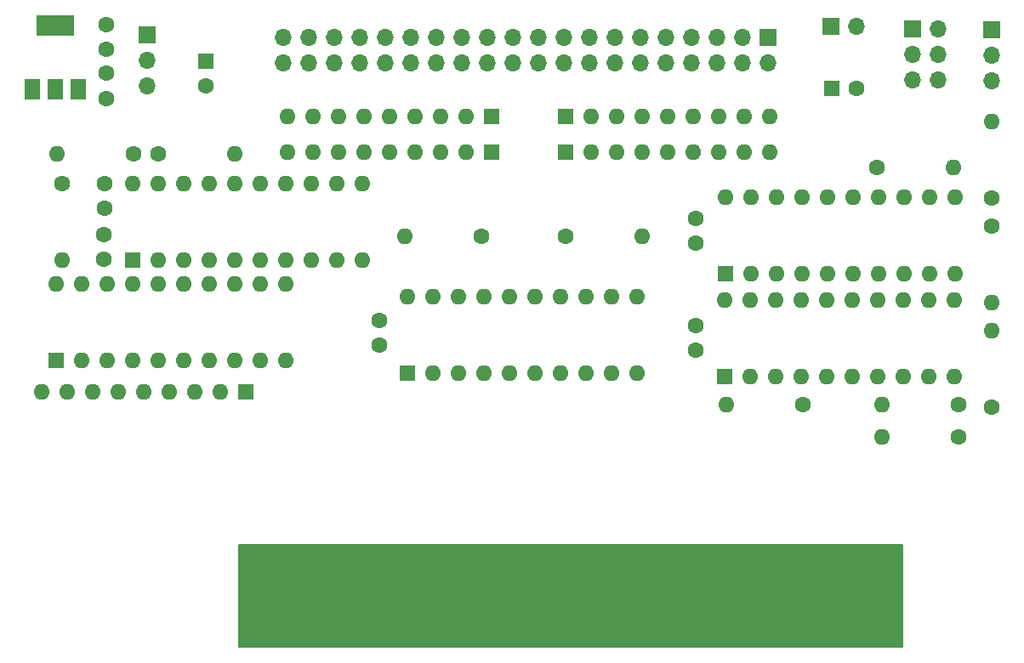
<source format=gbr>
%TF.GenerationSoftware,KiCad,Pcbnew,7.0.7*%
%TF.CreationDate,2023-11-09T10:03:36+00:00*%
%TF.ProjectId,MSX_FPGA_Hat,4d53585f-4650-4474-915f-4861742e6b69,1.5*%
%TF.SameCoordinates,Original*%
%TF.FileFunction,Soldermask,Top*%
%TF.FilePolarity,Negative*%
%FSLAX46Y46*%
G04 Gerber Fmt 4.6, Leading zero omitted, Abs format (unit mm)*
G04 Created by KiCad (PCBNEW 7.0.7) date 2023-11-09 10:03:36*
%MOMM*%
%LPD*%
G01*
G04 APERTURE LIST*
%ADD10C,0.150000*%
%ADD11C,1.600000*%
%ADD12R,1.600000X1.600000*%
%ADD13O,1.600000X1.600000*%
%ADD14R,1.700000X1.700000*%
%ADD15O,1.700000X1.700000*%
%ADD16R,1.500000X8.000000*%
%ADD17R,1.500000X7.000000*%
%ADD18R,1.500000X2.000000*%
%ADD19R,3.800000X2.000000*%
G04 APERTURE END LIST*
D10*
X140970000Y-86360000D02*
X74930000Y-86360000D01*
X74930000Y-76200000D01*
X140970000Y-76200000D01*
X140970000Y-86360000D01*
G36*
X140970000Y-86360000D02*
G01*
X74930000Y-86360000D01*
X74930000Y-76200000D01*
X140970000Y-76200000D01*
X140970000Y-86360000D01*
G37*
D11*
%TO.C,C1*%
X61505859Y-45328812D03*
X61505859Y-47828812D03*
%TD*%
%TO.C,C7*%
X61722000Y-26904000D03*
X61722000Y-24404000D03*
%TD*%
D12*
%TO.C,U3*%
X91699000Y-59172000D03*
D13*
X94239000Y-59172000D03*
X96779000Y-59172000D03*
X99319000Y-59172000D03*
X101859000Y-59172000D03*
X104399000Y-59172000D03*
X106939000Y-59172000D03*
X109479000Y-59172000D03*
X112019000Y-59172000D03*
X114559000Y-59172000D03*
X114559000Y-51552000D03*
X112019000Y-51552000D03*
X109479000Y-51552000D03*
X106939000Y-51552000D03*
X104399000Y-51552000D03*
X101859000Y-51552000D03*
X99319000Y-51552000D03*
X96779000Y-51552000D03*
X94239000Y-51552000D03*
X91699000Y-51552000D03*
%TD*%
D14*
%TO.C,J5*%
X65786000Y-25400000D03*
D15*
X65786000Y-27940000D03*
X65786000Y-30480000D03*
%TD*%
D11*
%TO.C,R7*%
X146558000Y-62230000D03*
D13*
X138938000Y-62230000D03*
%TD*%
D11*
%TO.C,C2*%
X61562447Y-42735930D03*
X61562447Y-40235930D03*
%TD*%
D12*
%TO.C,C9*%
X133945621Y-30734000D03*
D11*
X136445621Y-30734000D03*
%TD*%
D14*
%TO.C,SW1*%
X133878000Y-24613000D03*
D15*
X136418000Y-24613000D03*
%TD*%
D14*
%TO.C,IDC1*%
X127632000Y-25706000D03*
D15*
X127632000Y-28246000D03*
X125092000Y-25706000D03*
X125092000Y-28246000D03*
X122552000Y-25706000D03*
X122552000Y-28246000D03*
X120012000Y-25706000D03*
X120012000Y-28246000D03*
X117472000Y-25706000D03*
X117472000Y-28246000D03*
X114932000Y-25706000D03*
X114932000Y-28246000D03*
X112392000Y-25706000D03*
X112392000Y-28246000D03*
X109852000Y-25706000D03*
X109852000Y-28246000D03*
X107312000Y-25706000D03*
X107312000Y-28246000D03*
X104772000Y-25706000D03*
X104772000Y-28246000D03*
X102232000Y-25706000D03*
X102232000Y-28246000D03*
X99692000Y-25706000D03*
X99692000Y-28246000D03*
X97152000Y-25706000D03*
X97152000Y-28246000D03*
X94612000Y-25706000D03*
X94612000Y-28246000D03*
X92072000Y-25706000D03*
X92072000Y-28246000D03*
X89532000Y-25706000D03*
X89532000Y-28246000D03*
X86992000Y-25706000D03*
X86992000Y-28246000D03*
X84452000Y-25706000D03*
X84452000Y-28246000D03*
X81912000Y-25706000D03*
X81912000Y-28246000D03*
X79372000Y-25706000D03*
X79372000Y-28246000D03*
%TD*%
D11*
%TO.C,C5*%
X120396000Y-46188000D03*
X120396000Y-43688000D03*
%TD*%
%TO.C,R4*%
X99060000Y-45466000D03*
D13*
X91440000Y-45466000D03*
%TD*%
D16*
%TO.C,CONN1*%
X138382025Y-81007202D03*
X135842025Y-81007202D03*
X133302025Y-81007202D03*
X130762025Y-81007202D03*
X128222025Y-81007202D03*
X125682025Y-81007202D03*
X123142025Y-81007202D03*
X120602025Y-81007202D03*
X118062025Y-81007202D03*
X115522025Y-81007202D03*
X112982025Y-81007202D03*
X110442025Y-81007202D03*
X107902025Y-81007202D03*
X105362025Y-81007202D03*
X102822025Y-81007202D03*
X100282025Y-81007202D03*
X97742025Y-81007202D03*
X95202025Y-81007202D03*
X92662025Y-81007202D03*
X90122025Y-81007202D03*
X87582025Y-81007202D03*
D17*
X85036533Y-80499850D03*
D16*
X82502025Y-81007202D03*
X79962025Y-81007202D03*
X77422025Y-81007202D03*
%TD*%
D11*
%TO.C,D1*%
X149860000Y-62484000D03*
D13*
X149860000Y-54864000D03*
%TD*%
D11*
%TO.C,R3*%
X131052000Y-62280630D03*
D13*
X123432000Y-62280630D03*
%TD*%
D12*
%TO.C,RN5*%
X75661725Y-61017219D03*
D13*
X73121725Y-61017219D03*
X70581725Y-61017219D03*
X68041725Y-61017219D03*
X65501725Y-61017219D03*
X62961725Y-61017219D03*
X60421725Y-61017219D03*
X57881725Y-61017219D03*
X55341725Y-61017219D03*
%TD*%
D12*
%TO.C,RN4*%
X107427000Y-33528000D03*
D13*
X109967000Y-33528000D03*
X112507000Y-33528000D03*
X115047000Y-33528000D03*
X117587000Y-33528000D03*
X120127000Y-33528000D03*
X122667000Y-33528000D03*
X125207000Y-33528000D03*
X127747000Y-33528000D03*
%TD*%
D12*
%TO.C,U5*%
X123360000Y-49226000D03*
D13*
X125900000Y-49226000D03*
X128440000Y-49226000D03*
X130980000Y-49226000D03*
X133520000Y-49226000D03*
X136060000Y-49226000D03*
X138600000Y-49226000D03*
X141140000Y-49226000D03*
X143680000Y-49226000D03*
X146220000Y-49226000D03*
X146220000Y-41606000D03*
X143680000Y-41606000D03*
X141140000Y-41606000D03*
X138600000Y-41606000D03*
X136060000Y-41606000D03*
X133520000Y-41606000D03*
X130980000Y-41606000D03*
X128440000Y-41606000D03*
X125900000Y-41606000D03*
X123360000Y-41606000D03*
%TD*%
D12*
%TO.C,RN1*%
X100076000Y-37084000D03*
D13*
X97536000Y-37084000D03*
X94996000Y-37084000D03*
X92456000Y-37084000D03*
X89916000Y-37084000D03*
X87376000Y-37084000D03*
X84836000Y-37084000D03*
X82296000Y-37084000D03*
X79756000Y-37084000D03*
%TD*%
D11*
%TO.C,R8*%
X146558000Y-65501812D03*
D13*
X138938000Y-65501812D03*
%TD*%
D11*
%TO.C,R5*%
X107442000Y-45466000D03*
D13*
X115062000Y-45466000D03*
%TD*%
D11*
%TO.C,C3*%
X88900000Y-56368000D03*
X88900000Y-53868000D03*
%TD*%
%TO.C,D2*%
X149860000Y-41656000D03*
D13*
X149860000Y-34036000D03*
%TD*%
D12*
%TO.C,RN2*%
X100091000Y-33528000D03*
D13*
X97551000Y-33528000D03*
X95011000Y-33528000D03*
X92471000Y-33528000D03*
X89931000Y-33528000D03*
X87391000Y-33528000D03*
X84851000Y-33528000D03*
X82311000Y-33528000D03*
X79771000Y-33528000D03*
%TD*%
D11*
%TO.C,R2*%
X57335866Y-40224562D03*
D13*
X57335866Y-47844562D03*
%TD*%
D18*
%TO.C,U6*%
X54342000Y-30836000D03*
X56642000Y-30836000D03*
D19*
X56642000Y-24536000D03*
D18*
X58942000Y-30836000D03*
%TD*%
D12*
%TO.C,U1*%
X56748709Y-57897829D03*
D13*
X59288709Y-57897829D03*
X61828709Y-57897829D03*
X64368709Y-57897829D03*
X66908709Y-57897829D03*
X69448709Y-57897829D03*
X71988709Y-57897829D03*
X74528709Y-57897829D03*
X77068709Y-57897829D03*
X79608709Y-57897829D03*
X79608709Y-50277829D03*
X77068709Y-50277829D03*
X74528709Y-50277829D03*
X71988709Y-50277829D03*
X69448709Y-50277829D03*
X66908709Y-50277829D03*
X64368709Y-50277829D03*
X61828709Y-50277829D03*
X59288709Y-50277829D03*
X56748709Y-50277829D03*
%TD*%
D12*
%TO.C,C8*%
X71628000Y-28027621D03*
D11*
X71628000Y-30527621D03*
%TD*%
%TO.C,R6*%
X66933441Y-37333077D03*
D13*
X74553441Y-37333077D03*
%TD*%
D11*
%TO.C,C6*%
X61722000Y-31750000D03*
X61722000Y-29250000D03*
%TD*%
D12*
%TO.C,U2*%
X64380328Y-47885400D03*
D13*
X66920328Y-47885400D03*
X69460328Y-47885400D03*
X72000328Y-47885400D03*
X74540328Y-47885400D03*
X77080328Y-47885400D03*
X79620328Y-47885400D03*
X82160328Y-47885400D03*
X84700328Y-47885400D03*
X87240328Y-47885400D03*
X87240328Y-40265400D03*
X84700328Y-40265400D03*
X82160328Y-40265400D03*
X79620328Y-40265400D03*
X77080328Y-40265400D03*
X74540328Y-40265400D03*
X72000328Y-40265400D03*
X69460328Y-40265400D03*
X66920328Y-40265400D03*
X64380328Y-40265400D03*
%TD*%
D11*
%TO.C,R1*%
X64480620Y-37333077D03*
D13*
X56860620Y-37333077D03*
%TD*%
D11*
%TO.C,C4*%
X120396000Y-56876000D03*
X120396000Y-54376000D03*
%TD*%
D14*
%TO.C,J2*%
X149860000Y-24907000D03*
D15*
X149860000Y-27447000D03*
X149860000Y-29987000D03*
%TD*%
D14*
%TO.C,J1*%
X141986000Y-24887000D03*
D15*
X144526000Y-24887000D03*
X141986000Y-27427000D03*
X144526000Y-27427000D03*
X141986000Y-29967000D03*
X144526000Y-29967000D03*
%TD*%
D11*
%TO.C,R9*%
X149860000Y-44450000D03*
D13*
X149860000Y-52070000D03*
%TD*%
D12*
%TO.C,RN3*%
X107427000Y-37084000D03*
D13*
X109967000Y-37084000D03*
X112507000Y-37084000D03*
X115047000Y-37084000D03*
X117587000Y-37084000D03*
X120127000Y-37084000D03*
X122667000Y-37084000D03*
X125207000Y-37084000D03*
X127747000Y-37084000D03*
%TD*%
D11*
%TO.C,R10*%
X138430000Y-38608000D03*
D13*
X146050000Y-38608000D03*
%TD*%
D12*
%TO.C,U4*%
X123308514Y-59488874D03*
D13*
X125848514Y-59488874D03*
X128388514Y-59488874D03*
X130928514Y-59488874D03*
X133468514Y-59488874D03*
X136008514Y-59488874D03*
X138548514Y-59488874D03*
X141088514Y-59488874D03*
X143628514Y-59488874D03*
X146168514Y-59488874D03*
X146168514Y-51868874D03*
X143628514Y-51868874D03*
X141088514Y-51868874D03*
X138548514Y-51868874D03*
X136008514Y-51868874D03*
X133468514Y-51868874D03*
X130928514Y-51868874D03*
X128388514Y-51868874D03*
X125848514Y-51868874D03*
X123308514Y-51868874D03*
%TD*%
M02*

</source>
